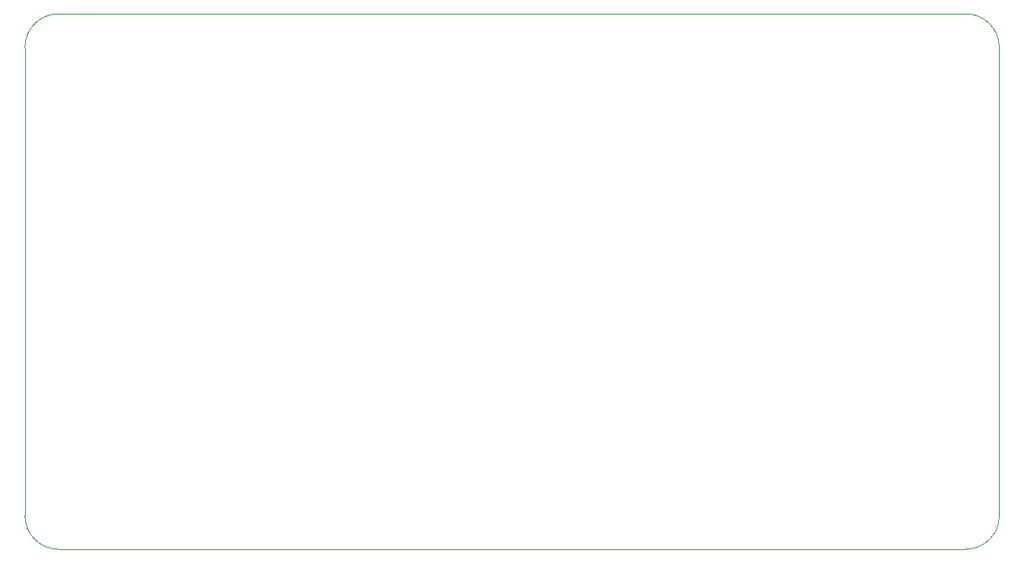
<source format=gbr>
%TF.GenerationSoftware,KiCad,Pcbnew,(6.0.11-0)*%
%TF.CreationDate,2023-02-13T11:09:09-07:00*%
%TF.ProjectId,Pi20,50693230-2e6b-4696-9361-645f70636258,rev?*%
%TF.SameCoordinates,Original*%
%TF.FileFunction,Profile,NP*%
%FSLAX46Y46*%
G04 Gerber Fmt 4.6, Leading zero omitted, Abs format (unit mm)*
G04 Created by KiCad (PCBNEW (6.0.11-0)) date 2023-02-13 11:09:09*
%MOMM*%
%LPD*%
G01*
G04 APERTURE LIST*
%TA.AperFunction,Profile*%
%ADD10C,0.100000*%
%TD*%
G04 APERTURE END LIST*
D10*
X134500000Y-95100000D02*
G75*
G03*
X138000000Y-91600000I1J3499999D01*
G01*
X36000000Y-91600000D02*
G75*
G03*
X39500000Y-95100000I3499999J-1D01*
G01*
X138000000Y-42500000D02*
G75*
G03*
X134500000Y-39000000I-3499999J1D01*
G01*
X39500000Y-39000000D02*
G75*
G03*
X36000000Y-42500000I0J-3500000D01*
G01*
X134500000Y-95100000D02*
X39500000Y-95100000D01*
X138000000Y-42500000D02*
X138000000Y-91600000D01*
X36000000Y-91600000D02*
X36000000Y-42500000D01*
X39500000Y-39000000D02*
X134500000Y-39000000D01*
M02*

</source>
